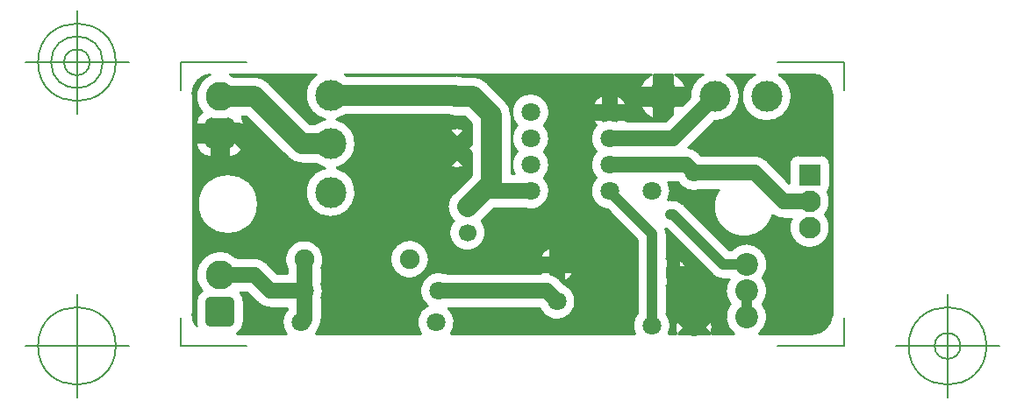
<source format=gbr>
G04 Generated by Ultiboard 14.1 *
%FSLAX34Y34*%
%MOMM*%

%ADD10C,0.0001*%
%ADD11C,0.2540*%
%ADD12C,1.5000*%
%ADD13C,2.0000*%
%ADD14C,1.0000*%
%ADD15C,0.1270*%
%ADD16R,1.8051X1.8051*%
%ADD17C,0.9949*%
%ADD18C,2.8000*%
%ADD19C,1.8000*%
%ADD20C,1.7000*%
%ADD21C,1.9000*%
%ADD22C,3.0000*%
%ADD23C,2.1000*%
%ADD24R,2.1000X2.1000*%
%ADD25C,2.2000*%
%ADD26C,1.0000*%


G04 ColorRGB 0000FF for the following layer *
%LNCopper Bottom*%
%LPD*%
G54D10*
G36*
X262880Y259403D02*
X262880Y259403D01*
X156872Y259403D01*
G74*
D01*
G03X156155Y259925I14632J19363*
G01*
X156155Y259925D01*
X451203Y259925D01*
G74*
D01*
G03X440387Y247366I11877J21165*
G01*
X440387Y247366D01*
X454474Y247366D01*
X454474Y259925D01*
X471686Y259925D01*
X471686Y247366D01*
X485773Y247366D01*
G74*
D01*
G03X474957Y259925I22693J8606*
G01*
X474957Y259925D01*
X501203Y259925D01*
G75*
D01*
G03X488814Y238325I11877J-21165*
G01*
X488814Y238325D01*
X481174Y230685D01*
X481174Y230685D01*
X480642Y230154D01*
X471686Y230154D01*
X471686Y221198D01*
X465460Y214971D01*
X427627Y214971D01*
G74*
D01*
G03X428563Y217041I16147J8549*
G01*
X428563Y217041D01*
X417959Y217041D01*
X417959Y215203D01*
G75*
D01*
G03X405001Y215203I-6479J-17083*
G01*
X405001Y215203D01*
X405001Y217041D01*
X394397Y217041D01*
G74*
D01*
G03X398346Y210820I17083J6479*
G01*
G75*
D01*
G03X398346Y185420I13134J-12700*
G01*
G75*
D01*
G03X398346Y160020I13134J-12700*
G01*
G75*
D01*
G03X408816Y129245I13134J-12700*
G01*
X408816Y129245D01*
X437781Y100281D01*
X437781Y28642D01*
G75*
D01*
G03X435697Y9315I14339J-11322*
G01*
X435697Y9315D01*
X258424Y9315D01*
G75*
D01*
G03X256007Y33949I-14584J11005*
G01*
X256007Y33949D01*
X343540Y33949D01*
X343773Y33716D01*
G75*
D01*
G03X367604Y57547I16907J6924*
G01*
X367604Y57547D01*
X362446Y62705D01*
G74*
D01*
G03X354201Y67244I11926J11905*
G01*
X354201Y67244D01*
X354201Y69721D01*
X343597Y69721D01*
G74*
D01*
G03X344533Y67651I17083J6479*
G01*
X344533Y67651D01*
X253899Y67651D01*
G75*
D01*
G03X235424Y36536I-7059J-16851*
G01*
G75*
D01*
G03X229256Y9315I8416J-16216*
G01*
X229256Y9315D01*
X128424Y9315D01*
G74*
D01*
G03X131109Y14356I14584J11005*
G01*
G75*
D01*
G03X133691Y23320I-14269J8964*
G01*
X133691Y23320D01*
X133691Y43741D01*
G75*
D01*
G03X133691Y57859I-16851J7059*
G01*
X133691Y57859D01*
X133691Y73012D01*
G75*
D01*
G03X99989Y73012I-16851J8268*
G01*
X99989Y73012D01*
X99989Y67651D01*
X90800Y67651D01*
X80506Y77945D01*
G74*
D01*
G03X68580Y82891I11926J11905*
G01*
X68580Y82891D01*
X51608Y82891D01*
G75*
D01*
G03X17882Y50908I-16048J-16851*
G01*
G74*
D01*
G03X12221Y39505I8653J11403*
G01*
X12221Y39505D01*
X12221Y21455D01*
G75*
D01*
G03X12958Y16922I14314J0*
G01*
G74*
D01*
G02X9303Y27580I15097J11133*
G01*
G75*
D01*
G03X9315Y28055I-9303J475*
G01*
X9315Y28055D01*
X9315Y241185D01*
G74*
D01*
G03X9303Y241660I9315J0*
G01*
G74*
D01*
G02X25574Y259779I18752J475*
G01*
G75*
D01*
G03X17882Y223628I9986J-21019*
G01*
G74*
D01*
G03X12221Y212225I8653J11403*
G01*
X12221Y212225D01*
X12221Y211476D01*
X27284Y211476D01*
X27284Y217011D01*
G75*
D01*
G03X43836Y217011I8276J21749*
G01*
X43836Y217011D01*
X43836Y211476D01*
X58899Y211476D01*
X58899Y212225D01*
G74*
D01*
G03X56973Y219397I14314J0*
G01*
X56973Y219397D01*
X60559Y219397D01*
X100608Y179348D01*
G75*
D01*
G03X114315Y173677I13692J13692*
G01*
X114315Y173677D01*
X127608Y173677D01*
G74*
D01*
G03X136175Y169540I14632J19363*
G01*
G75*
D01*
G03X148305Y169540I6065J-23500*
G01*
G75*
D01*
G03X148305Y216540I-6065J23500*
G01*
G74*
D01*
G03X156872Y220677I6065J23500*
G01*
X156872Y220677D01*
X256169Y220677D01*
G75*
D01*
G03X268150Y219397I7991J18083*
G01*
X268150Y219397D01*
X271379Y219397D01*
X277817Y212959D01*
X277817Y192502D01*
X274075Y188760D01*
X277817Y185018D01*
X277817Y162961D01*
X260628Y145772D01*
G75*
D01*
G03X260619Y118397I13692J-13692*
G01*
G75*
D01*
G03X288020Y118397I13701J-11317*
G01*
X288020Y118397D01*
X300093Y130469D01*
X328221Y130469D01*
G75*
D01*
G03X348414Y160020I7059J16851*
G01*
G75*
D01*
G03X348414Y185420I-13134J12700*
G01*
G75*
D01*
G03X348414Y210820I-13134J12700*
G01*
G75*
D01*
G03X322146Y210820I-13134J12700*
G01*
G75*
D01*
G03X322146Y185420I13134J-12700*
G01*
G75*
D01*
G03X319133Y164171I13134J-12700*
G01*
X319133Y164171D01*
X316543Y164171D01*
X316543Y220980D01*
G74*
D01*
G03X310860Y234684I19363J0*
G01*
X310860Y234684D01*
X293104Y252440D01*
G74*
D01*
G03X279400Y258123I13704J13680*
G01*
X279400Y258123D01*
X269803Y258123D01*
G74*
D01*
G03X262880Y259403I6923J18083*
G01*
D02*
G37*
%LPC*%
G36*
X394397Y229999D02*
X394397Y229999D01*
X405001Y229999D01*
X405001Y240603D01*
G74*
D01*
G03X394397Y229999I6479J17083*
G01*
D02*
G37*
G36*
X428563Y229999D02*
G74*
D01*
G03X417959Y240603I17083J6479*
G01*
X417959Y240603D01*
X417959Y229999D01*
X428563Y229999D01*
D02*
G37*
G36*
X230685Y67054D02*
G75*
D01*
G03X230685Y67054I-12245J14226*
G01*
D02*
G37*
G36*
X456580Y238760D02*
G75*
D01*
G03X456580Y238760I6500J0*
G01*
D02*
G37*
G36*
X44585Y179861D02*
G75*
D01*
G03X58899Y194175I0J14314*
G01*
X58899Y194175D01*
X58899Y194924D01*
X43836Y194924D01*
X43836Y179861D01*
X44585Y179861D01*
D02*
G37*
G36*
X13910Y134620D02*
G75*
D01*
G03X13910Y134620I29270J0*
G01*
D02*
G37*
G36*
X26535Y179861D02*
X26535Y179861D01*
X27284Y179861D01*
X27284Y194924D01*
X12221Y194924D01*
X12221Y194175D01*
G75*
D01*
G03X26535Y179861I14314J0*
G01*
D02*
G37*
G36*
X29060Y203200D02*
G75*
D01*
G03X29060Y203200I6500J0*
G01*
D02*
G37*
G36*
X272274Y170732D02*
X272274Y170732D01*
X264160Y178845D01*
X256046Y170732D01*
G75*
D01*
G03X272274Y170732I8114J18028*
G01*
D02*
G37*
G36*
X256046Y206788D02*
X256046Y206788D01*
X264160Y198675D01*
X272274Y206788D01*
G75*
D01*
G03X256046Y206788I-8114J-18028*
G01*
D02*
G37*
G36*
X454474Y216067D02*
X454474Y216067D01*
X454474Y230154D01*
X440387Y230154D01*
G74*
D01*
G03X454474Y216067I22693J8606*
G01*
D02*
G37*
G36*
X406980Y223520D02*
G75*
D01*
G03X406980Y223520I4500J0*
G01*
D02*
G37*
G36*
X377763Y69721D02*
X377763Y69721D01*
X367159Y69721D01*
X367159Y59117D01*
G74*
D01*
G03X377763Y69721I6479J17083*
G01*
D02*
G37*
G36*
X246132Y196874D02*
G75*
D01*
G03X246132Y180646I18028J-8114*
G01*
X246132Y180646D01*
X254245Y188760D01*
X246132Y196874D01*
D02*
G37*
G36*
X258660Y188760D02*
G75*
D01*
G03X258660Y188760I5500J0*
G01*
D02*
G37*
G36*
X367159Y93283D02*
X367159Y93283D01*
X367159Y82679D01*
X377763Y82679D01*
G74*
D01*
G03X367159Y93283I17083J6479*
G01*
D02*
G37*
G36*
X343597Y82679D02*
X343597Y82679D01*
X354201Y82679D01*
X354201Y93283D01*
G74*
D01*
G03X343597Y82679I6479J17083*
G01*
D02*
G37*
G36*
X356180Y76200D02*
G75*
D01*
G03X356180Y76200I4500J0*
G01*
D02*
G37*
%LPD*%
G36*
X472428Y138799D02*
X472428Y138799D01*
X469900Y138799D01*
G75*
D01*
G03X468229Y138701I0J-14339*
G01*
G75*
D01*
G03X468267Y155869I-16109J8619*
G01*
X468267Y155869D01*
X477076Y155869D01*
G75*
D01*
G03X499819Y148389I15684J9371*
G01*
X499819Y148389D01*
X516715Y148389D01*
G75*
D01*
G03X569049Y123649I24305J-16309*
G01*
G75*
D01*
G03X579126Y120309I10071J13511*
G01*
X579126Y120309D01*
X586694Y120309D01*
G75*
D01*
G03X619671Y124460I17826J-8549*
G01*
G75*
D01*
G03X622163Y146081I-15151J12700*
G01*
G75*
D01*
G03X624335Y152060I-7143J5979*
G01*
X624335Y152060D01*
X624335Y173060D01*
G74*
D01*
G03X615020Y182375I9315J0*
G01*
X615020Y182375D01*
X594020Y182375D01*
G75*
D01*
G03X584705Y173060I0J-9315*
G01*
X584705Y173060D01*
X584705Y155406D01*
X562966Y177145D01*
G74*
D01*
G03X551040Y182091I11926J11905*
G01*
X551040Y182091D01*
X499819Y182091D01*
G74*
D01*
G03X499684Y182147I7059J16851*
G01*
X499684Y182147D01*
X497206Y184625D01*
G74*
D01*
G03X487566Y189415I11926J11905*
G01*
X487566Y189415D01*
X512645Y214494D01*
G75*
D01*
G03X524957Y259925I435J24266*
G01*
X524957Y259925D01*
X551203Y259925D01*
G75*
D01*
G03X574957Y259925I11877J-21165*
G01*
X574957Y259925D01*
X606945Y259925D01*
G74*
D01*
G03X607420Y259937I0J9315*
G01*
G74*
D01*
G02X625697Y241660I475J18752*
G01*
G74*
D01*
G03X625685Y241185I9303J475*
G01*
X625685Y241185D01*
X625685Y28055D01*
G75*
D01*
G03X625697Y27580I9315J0*
G01*
G74*
D01*
G02X607420Y9303I18752J475*
G01*
G74*
D01*
G03X606945Y9315I475J9303*
G01*
X606945Y9315D01*
X555895Y9315D01*
G75*
D01*
G03X559358Y38100I-12335J16085*
G01*
G75*
D01*
G03X559358Y63500I-15798J12700*
G01*
G75*
D01*
G03X529233Y90539I-15798J12700*
G01*
X529233Y90539D01*
X526639Y90539D01*
X482589Y134589D01*
G74*
D01*
G03X476844Y138106I10149J10129*
G01*
G75*
D01*
G03X472428Y138799I-4404J-13646*
G01*
D02*
G37*
G36*
X475477Y9315D02*
X475477Y9315D01*
X468543Y9315D01*
G75*
D01*
G03X466459Y28642I-16423J8005*
G01*
X466459Y28642D01*
X466459Y55624D01*
G74*
D01*
G03X467380Y55237I5981J12956*
G01*
X467380Y55237D01*
X467380Y63520D01*
X466459Y63520D01*
X466459Y73640D01*
X467380Y73640D01*
X467380Y81923D01*
G74*
D01*
G03X466459Y81536I5060J13343*
G01*
X466459Y81536D01*
X466459Y106220D01*
G74*
D01*
G03X465728Y110741I14339J0*
G01*
G74*
D01*
G03X465944Y110677I4172J13719*
G01*
X465944Y110677D01*
X470685Y105936D01*
X510561Y66061D01*
G74*
D01*
G03X518060Y62106I10139J10139*
G01*
G75*
D01*
G03X520700Y61861I2640J14094*
G01*
X520700Y61861D01*
X526574Y61861D01*
G75*
D01*
G03X527762Y38100I16986J-11061*
G01*
G75*
D01*
G03X531225Y9315I15798J-12700*
G01*
X531225Y9315D01*
X510043Y9315D01*
G75*
D01*
G03X509420Y22738I-17283J5925*
G01*
X509420Y22738D01*
X501922Y15240D01*
X507847Y9315D01*
X477673Y9315D01*
X483598Y15240D01*
X476100Y22738D01*
G75*
D01*
G03X475477Y9315I16660J-7498*
G01*
D02*
G37*
%LPC*%
G36*
X470685Y71013D02*
G75*
D01*
G03X470685Y71013I1755J-2433*
G01*
D02*
G37*
G36*
X477500Y81923D02*
X477500Y81923D01*
X477500Y73640D01*
X485783Y73640D01*
G74*
D01*
G03X477500Y81923I13343J5060*
G01*
D02*
G37*
G36*
X485783Y63520D02*
X485783Y63520D01*
X477500Y63520D01*
X477500Y55237D01*
G74*
D01*
G03X485783Y63520I5060J13343*
G01*
D02*
G37*
G36*
X488260Y15240D02*
G75*
D01*
G03X488260Y15240I4500J0*
G01*
D02*
G37*
G36*
X485262Y31900D02*
X485262Y31900D01*
X492760Y24402D01*
X500258Y31900D01*
G75*
D01*
G03X485262Y31900I-7498J-16660*
G01*
D02*
G37*
%LPD*%
G36*
X127608Y212403D02*
X127608Y212403D01*
X122321Y212403D01*
X104039Y230685D01*
X82284Y252440D01*
G74*
D01*
G03X68580Y258123I13704J13680*
G01*
X68580Y258123D01*
X48466Y258123D01*
G74*
D01*
G03X45231Y259925I12906J19363*
G01*
X45231Y259925D01*
X128325Y259925D01*
G75*
D01*
G03X136175Y216540I13915J-19885*
G01*
G74*
D01*
G03X127608Y212403I6065J23500*
G01*
D02*
G37*
G36*
X71904Y38884D02*
X71904Y38884D01*
X61600Y49189D01*
X55126Y49189D01*
G74*
D01*
G02X58899Y39505I10541J9684*
G01*
X58899Y39505D01*
X58899Y21455D01*
G75*
D01*
G02X52169Y9315I-14314J0*
G01*
X52169Y9315D01*
X99256Y9315D01*
G75*
D01*
G02X99989Y32234I14584J11005*
G01*
X99989Y32234D01*
X99989Y33949D01*
X83828Y33949D01*
G75*
D01*
G02X71904Y38884I-8J16851*
G01*
D02*
G37*
G54D11*
X472428Y138799D02*
X469900Y138799D01*
G75*
D01*
G03X468229Y138701I0J-14339*
G01*
G75*
D01*
G03X468267Y155869I-16109J8619*
G01*
X477076Y155869D01*
G75*
D01*
G03X499819Y148389I15684J9371*
G01*
X516715Y148389D01*
G75*
D01*
G03X569049Y123649I24305J-16309*
G01*
G75*
D01*
G03X579126Y120309I10071J13511*
G01*
X586694Y120309D01*
G75*
D01*
G03X619671Y124460I17826J-8549*
G01*
G75*
D01*
G03X622163Y146081I-15151J12700*
G01*
G75*
D01*
G03X624335Y152060I-7143J5979*
G01*
X624335Y173060D01*
G74*
D01*
G03X615020Y182375I9315J0*
G01*
X594020Y182375D01*
G75*
D01*
G03X584705Y173060I0J-9315*
G01*
X584705Y155406D01*
X562966Y177145D01*
G74*
D01*
G03X551040Y182091I11926J11905*
G01*
X499819Y182091D01*
G74*
D01*
G03X499684Y182147I7059J16851*
G01*
X497206Y184625D01*
G74*
D01*
G03X487566Y189415I11926J11905*
G01*
X512645Y214494D01*
G75*
D01*
G03X524957Y259925I435J24266*
G01*
X551203Y259925D01*
G75*
D01*
G03X574957Y259925I11877J-21165*
G01*
X606945Y259925D01*
G74*
D01*
G03X607420Y259937I0J9315*
G01*
G74*
D01*
G02X625697Y241660I475J18752*
G01*
G74*
D01*
G03X625685Y241185I9303J475*
G01*
X625685Y28055D01*
G75*
D01*
G03X625697Y27580I9315J0*
G01*
G74*
D01*
G02X607420Y9303I18752J475*
G01*
G74*
D01*
G03X606945Y9315I475J9303*
G01*
X555895Y9315D01*
G75*
D01*
G03X559358Y38100I-12335J16085*
G01*
G75*
D01*
G03X559358Y63500I-15798J12700*
G01*
G75*
D01*
G03X529233Y90539I-15798J12700*
G01*
X526639Y90539D01*
X482589Y134589D01*
G74*
D01*
G03X476844Y138106I10149J10129*
G01*
G75*
D01*
G03X472428Y138799I-4404J-13646*
G01*
X394397Y229999D02*
X405001Y229999D01*
X405001Y240603D01*
G74*
D01*
G03X394397Y229999I6479J17083*
G01*
X428563Y229999D02*
G74*
D01*
G03X417959Y240603I17083J6479*
G01*
X417959Y229999D01*
X428563Y229999D01*
X230685Y67054D02*
G75*
D01*
G03X230685Y67054I-12245J14226*
G01*
X456580Y238760D02*
G75*
D01*
G03X456580Y238760I6500J0*
G01*
X44585Y179861D02*
G75*
D01*
G03X58899Y194175I0J14314*
G01*
X58899Y194924D01*
X43836Y194924D01*
X43836Y179861D01*
X44585Y179861D01*
X13910Y134620D02*
G75*
D01*
G03X13910Y134620I29270J0*
G01*
X26535Y179861D02*
X27284Y179861D01*
X27284Y194924D01*
X12221Y194924D01*
X12221Y194175D01*
G75*
D01*
G03X26535Y179861I14314J0*
G01*
X29060Y203200D02*
G75*
D01*
G03X29060Y203200I6500J0*
G01*
X272274Y170732D02*
X264160Y178845D01*
X256046Y170732D01*
G75*
D01*
G03X272274Y170732I8114J18028*
G01*
X256046Y206788D02*
X264160Y198675D01*
X272274Y206788D01*
G75*
D01*
G03X256046Y206788I-8114J-18028*
G01*
X454474Y216067D02*
X454474Y230154D01*
X440387Y230154D01*
G74*
D01*
G03X454474Y216067I22693J8606*
G01*
X406980Y223520D02*
G75*
D01*
G03X406980Y223520I4500J0*
G01*
X377763Y69721D02*
X367159Y69721D01*
X367159Y59117D01*
G74*
D01*
G03X377763Y69721I6479J17083*
G01*
X246132Y196874D02*
G75*
D01*
G03X246132Y180646I18028J-8114*
G01*
X254245Y188760D01*
X246132Y196874D01*
X258660Y188760D02*
G75*
D01*
G03X258660Y188760I5500J0*
G01*
X367159Y93283D02*
X367159Y82679D01*
X377763Y82679D01*
G74*
D01*
G03X367159Y93283I17083J6479*
G01*
X343597Y82679D02*
X354201Y82679D01*
X354201Y93283D01*
G74*
D01*
G03X343597Y82679I6479J17083*
G01*
X356180Y76200D02*
G75*
D01*
G03X356180Y76200I4500J0*
G01*
X262880Y259403D02*
X156872Y259403D01*
G74*
D01*
G03X156155Y259925I14632J19363*
G01*
X451203Y259925D01*
G74*
D01*
G03X440387Y247366I11877J21165*
G01*
X454474Y247366D01*
X454474Y259925D01*
X471686Y259925D01*
X471686Y247366D01*
X485773Y247366D01*
G74*
D01*
G03X474957Y259925I22693J8606*
G01*
X501203Y259925D01*
G75*
D01*
G03X488814Y238325I11877J-21165*
G01*
X481174Y230685D01*
X481174Y230685D01*
X480642Y230154D01*
X471686Y230154D01*
X471686Y221198D01*
X465460Y214971D01*
X427627Y214971D01*
G74*
D01*
G03X428563Y217041I16147J8549*
G01*
X417959Y217041D01*
X417959Y215203D01*
G75*
D01*
G03X405001Y215203I-6479J-17083*
G01*
X405001Y217041D01*
X394397Y217041D01*
G74*
D01*
G03X398346Y210820I17083J6479*
G01*
G75*
D01*
G03X398346Y185420I13134J-12700*
G01*
G75*
D01*
G03X398346Y160020I13134J-12700*
G01*
G75*
D01*
G03X408816Y129245I13134J-12700*
G01*
X437781Y100281D01*
X437781Y28642D01*
G75*
D01*
G03X435697Y9315I14339J-11322*
G01*
X258424Y9315D01*
G75*
D01*
G03X256007Y33949I-14584J11005*
G01*
X343540Y33949D01*
X343773Y33716D01*
G75*
D01*
G03X367604Y57547I16907J6924*
G01*
X362446Y62705D01*
G74*
D01*
G03X354201Y67244I11926J11905*
G01*
X354201Y69721D01*
X343597Y69721D01*
G74*
D01*
G03X344533Y67651I17083J6479*
G01*
X253899Y67651D01*
G75*
D01*
G03X235424Y36536I-7059J-16851*
G01*
G75*
D01*
G03X229256Y9315I8416J-16216*
G01*
X128424Y9315D01*
G74*
D01*
G03X131109Y14356I14584J11005*
G01*
G75*
D01*
G03X133691Y23320I-14269J8964*
G01*
X133691Y43741D01*
G75*
D01*
G03X133691Y57859I-16851J7059*
G01*
X133691Y73012D01*
G75*
D01*
G03X99989Y73012I-16851J8268*
G01*
X99989Y67651D01*
X90800Y67651D01*
X80506Y77945D01*
G74*
D01*
G03X68580Y82891I11926J11905*
G01*
X51608Y82891D01*
G75*
D01*
G03X17882Y50908I-16048J-16851*
G01*
G74*
D01*
G03X12221Y39505I8653J11403*
G01*
X12221Y21455D01*
G75*
D01*
G03X12958Y16922I14314J0*
G01*
G74*
D01*
G02X9303Y27580I15097J11133*
G01*
G75*
D01*
G03X9315Y28055I-9303J475*
G01*
X9315Y241185D01*
G74*
D01*
G03X9303Y241660I9315J0*
G01*
G74*
D01*
G02X25574Y259779I18752J475*
G01*
G75*
D01*
G03X17882Y223628I9986J-21019*
G01*
G74*
D01*
G03X12221Y212225I8653J11403*
G01*
X12221Y211476D01*
X27284Y211476D01*
X27284Y217011D01*
G75*
D01*
G03X43836Y217011I8276J21749*
G01*
X43836Y211476D01*
X58899Y211476D01*
X58899Y212225D01*
G74*
D01*
G03X56973Y219397I14314J0*
G01*
X60559Y219397D01*
X100608Y179348D01*
G75*
D01*
G03X114315Y173677I13692J13692*
G01*
X127608Y173677D01*
G74*
D01*
G03X136175Y169540I14632J19363*
G01*
G75*
D01*
G03X148305Y169540I6065J-23500*
G01*
G75*
D01*
G03X148305Y216540I-6065J23500*
G01*
G74*
D01*
G03X156872Y220677I6065J23500*
G01*
X256169Y220677D01*
G75*
D01*
G03X268150Y219397I7991J18083*
G01*
X271379Y219397D01*
X277817Y212959D01*
X277817Y192502D01*
X274075Y188760D01*
X277817Y185018D01*
X277817Y162961D01*
X260628Y145772D01*
G75*
D01*
G03X260619Y118397I13692J-13692*
G01*
G75*
D01*
G03X288020Y118397I13701J-11317*
G01*
X300093Y130469D01*
X328221Y130469D01*
G75*
D01*
G03X348414Y160020I7059J16851*
G01*
G75*
D01*
G03X348414Y185420I-13134J12700*
G01*
G75*
D01*
G03X348414Y210820I-13134J12700*
G01*
G75*
D01*
G03X322146Y210820I-13134J12700*
G01*
G75*
D01*
G03X322146Y185420I13134J-12700*
G01*
G75*
D01*
G03X319133Y164171I13134J-12700*
G01*
X316543Y164171D01*
X316543Y220980D01*
G74*
D01*
G03X310860Y234684I19363J0*
G01*
X293104Y252440D01*
G74*
D01*
G03X279400Y258123I13704J13680*
G01*
X269803Y258123D01*
G74*
D01*
G03X262880Y259403I6923J18083*
G01*
X71904Y38884D02*
X61600Y49189D01*
X55126Y49189D01*
G74*
D01*
G02X58899Y39505I10541J9684*
G01*
X58899Y21455D01*
G75*
D01*
G02X52169Y9315I-14314J0*
G01*
X99256Y9315D01*
G75*
D01*
G02X99989Y32234I14584J11005*
G01*
X99989Y33949D01*
X83828Y33949D01*
G75*
D01*
G02X71904Y38884I-8J16851*
G01*
X127608Y212403D02*
X122321Y212403D01*
X104039Y230685D01*
X82284Y252440D01*
G74*
D01*
G03X68580Y258123I13704J13680*
G01*
X48466Y258123D01*
G74*
D01*
G03X45231Y259925I12906J19363*
G01*
X128325Y259925D01*
G75*
D01*
G03X136175Y216540I13915J-19885*
G01*
G74*
D01*
G03X127608Y212403I6065J23500*
G01*
X470685Y71013D02*
G75*
D01*
G03X470685Y71013I1755J-2433*
G01*
X477500Y81923D02*
X477500Y73640D01*
X485783Y73640D01*
G74*
D01*
G03X477500Y81923I13343J5060*
G01*
X485783Y63520D02*
X477500Y63520D01*
X477500Y55237D01*
G74*
D01*
G03X485783Y63520I5060J13343*
G01*
X488260Y15240D02*
G75*
D01*
G03X488260Y15240I4500J0*
G01*
X485262Y31900D02*
X492760Y24402D01*
X500258Y31900D01*
G75*
D01*
G03X485262Y31900I-7498J-16660*
G01*
X475477Y9315D02*
X468543Y9315D01*
G75*
D01*
G03X466459Y28642I-16423J8005*
G01*
X466459Y55624D01*
G74*
D01*
G03X467380Y55237I5981J12956*
G01*
X467380Y63520D01*
X466459Y63520D01*
X466459Y73640D01*
X467380Y73640D01*
X467380Y81923D01*
G74*
D01*
G03X466459Y81536I5060J13343*
G01*
X466459Y106220D01*
G74*
D01*
G03X465728Y110741I14339J0*
G01*
G74*
D01*
G03X465944Y110677I4172J13719*
G01*
X470685Y105936D01*
X510561Y66061D01*
G74*
D01*
G03X518060Y62106I10139J10139*
G01*
G75*
D01*
G03X520700Y61861I2640J14094*
G01*
X526574Y61861D01*
G75*
D01*
G03X527762Y38100I16986J-11061*
G01*
G75*
D01*
G03X531225Y9315I15798J-12700*
G01*
X510043Y9315D01*
G75*
D01*
G03X509420Y22738I-17283J5925*
G01*
X501922Y15240D01*
X507847Y9315D01*
X477673Y9315D01*
X483598Y15240D01*
X476100Y22738D01*
G75*
D01*
G03X475477Y9315I16660J-7498*
G01*
G54D12*
X411480Y172720D02*
X485280Y172720D01*
X492760Y165240D01*
X551040Y165240D01*
X579120Y137160D01*
X604520Y137160D01*
X335280Y147320D02*
X294640Y147320D01*
X294640Y147320D02*
X292100Y149860D01*
X35560Y66040D02*
X68580Y66040D01*
X83820Y50800D01*
X116840Y50800D01*
X116840Y23320D02*
X116840Y81280D01*
X113840Y20320D02*
X116840Y23320D01*
X350520Y50800D02*
X360680Y40640D01*
X246840Y50800D02*
X350520Y50800D01*
X472440Y198120D02*
X513080Y238760D01*
X411480Y198120D02*
X472440Y198120D01*
G54D13*
X297180Y154940D02*
X297180Y220980D01*
X274320Y132080D02*
X297180Y154940D01*
X279400Y238760D02*
X297180Y220980D01*
X142240Y240040D02*
X262880Y240040D01*
X264160Y238760D02*
X279400Y238760D01*
X114300Y193040D02*
X142240Y193040D01*
X68580Y238760D02*
X114300Y193040D01*
X35560Y238760D02*
X68580Y238760D01*
X172720Y111760D02*
X249720Y188760D01*
X264160Y188760D01*
X116840Y111760D02*
X172720Y111760D01*
X91440Y137160D02*
X116840Y111760D01*
X91440Y165100D02*
X91440Y137160D01*
X53340Y203200D02*
X91440Y165100D01*
X35560Y203200D02*
X53340Y203200D01*
G54D14*
X543560Y25400D02*
X543560Y50800D01*
X452120Y106220D02*
X452120Y17320D01*
X411480Y146860D02*
X452120Y106220D01*
X520700Y76200D02*
X472440Y124460D01*
X469900Y124460D01*
X543560Y76200D02*
X520700Y76200D01*
X411480Y223520D02*
X381000Y223520D01*
X370840Y213360D01*
X370840Y86360D01*
X360680Y76200D01*
X492760Y48260D02*
X472440Y68580D01*
X492760Y15240D02*
X492760Y48260D01*
G54D15*
X-2540Y-2540D02*
X-2540Y24892D01*
X-2540Y-2540D02*
X61468Y-2540D01*
X637540Y-2540D02*
X573532Y-2540D01*
X637540Y-2540D02*
X637540Y24892D01*
X637540Y271780D02*
X637540Y244348D01*
X637540Y271780D02*
X573532Y271780D01*
X-2540Y271780D02*
X61468Y271780D01*
X-2540Y271780D02*
X-2540Y244348D01*
X-52540Y-2540D02*
X-152540Y-2540D01*
X-102540Y-52540D02*
X-102540Y47460D01*
X-140040Y-2540D02*
G75*
D01*
G02X-140040Y-2540I37500J0*
G01*
X687540Y-2540D02*
X787540Y-2540D01*
X737540Y-52540D02*
X737540Y47460D01*
X700040Y-2540D02*
G75*
D01*
G02X700040Y-2540I37500J0*
G01*
X725040Y-2540D02*
G75*
D01*
G02X725040Y-2540I12500J0*
G01*
X-52540Y271780D02*
X-152540Y271780D01*
X-102540Y221780D02*
X-102540Y321780D01*
X-140040Y271780D02*
G75*
D01*
G02X-140040Y271780I37500J0*
G01*
X-127540Y271780D02*
G75*
D01*
G02X-127540Y271780I25000J0*
G01*
X-115040Y271780D02*
G75*
D01*
G02X-115040Y271780I12500J0*
G01*
G54D16*
X35560Y30480D03*
X35560Y203200D03*
G54D17*
X26535Y21455D02*
X44585Y21455D01*
X44585Y39505D01*
X26535Y39505D01*
X26535Y21455D01*D02*
X26535Y194175D02*
X44585Y194175D01*
X44585Y212225D01*
X26535Y212225D01*
X26535Y194175D01*D02*
G54D18*
X35560Y66040D03*
X35560Y238760D03*
G54D19*
X360680Y76200D03*
X360680Y40640D03*
X335280Y147320D03*
X335280Y172720D03*
X411480Y172720D03*
X335280Y198120D03*
X411480Y198120D03*
X335280Y223520D03*
X411480Y223520D03*
X411480Y147320D03*
X452120Y17320D03*
X452120Y147320D03*
X113840Y20320D03*
X243840Y20320D03*
X246840Y50800D03*
X116840Y50800D03*
X492760Y165240D03*
X492760Y15240D03*
G54D20*
X274320Y107080D03*
X274320Y132080D03*
G54D21*
X218440Y81280D03*
X116840Y81280D03*
G54D22*
X142240Y146040D03*
X142240Y240040D03*
X142240Y193040D03*
X463080Y238760D03*
X513080Y238760D03*
X563080Y238760D03*
G54D23*
X604520Y111760D03*
X604520Y137160D03*
X264160Y188760D03*
X264160Y238760D03*
G54D24*
X604520Y162560D03*
G54D25*
X543560Y25400D03*
X543560Y50800D03*
X543560Y76200D03*
G54D26*
X469900Y124460D03*
X472440Y68580D03*

M02*

</source>
